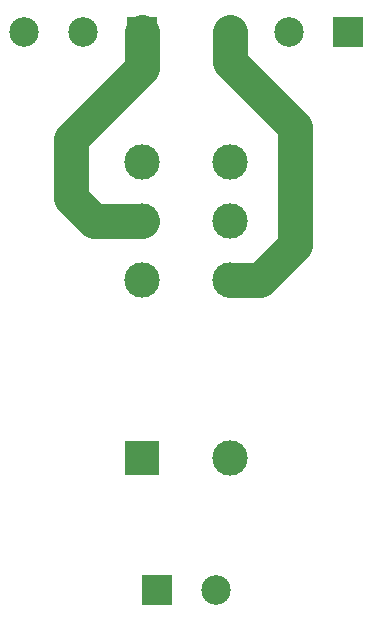
<source format=gtl>
%TF.GenerationSoftware,KiCad,Pcbnew,5.1.9*%
%TF.CreationDate,2021-02-07T17:47:43+01:00*%
%TF.ProjectId,relay_terminal,72656c61-795f-4746-9572-6d696e616c2e,rev?*%
%TF.SameCoordinates,Original*%
%TF.FileFunction,Copper,L1,Top*%
%TF.FilePolarity,Positive*%
%FSLAX46Y46*%
G04 Gerber Fmt 4.6, Leading zero omitted, Abs format (unit mm)*
G04 Created by KiCad (PCBNEW 5.1.9) date 2021-02-07 17:47:43*
%MOMM*%
%LPD*%
G01*
G04 APERTURE LIST*
%TA.AperFunction,ComponentPad*%
%ADD10C,3.000000*%
%TD*%
%TA.AperFunction,ComponentPad*%
%ADD11R,3.000000X3.000000*%
%TD*%
%TA.AperFunction,ComponentPad*%
%ADD12C,2.500000*%
%TD*%
%TA.AperFunction,ComponentPad*%
%ADD13R,2.500000X2.500000*%
%TD*%
%TA.AperFunction,Conductor*%
%ADD14C,3.000000*%
%TD*%
G04 APERTURE END LIST*
D10*
%TO.P,K1,14*%
%TO.N,/P1-NO*%
X141000000Y-49000000D03*
%TO.P,K1,21*%
%TO.N,/P2-Common*%
X148500000Y-54000000D03*
%TO.P,K1,12*%
%TO.N,/P1-NC*%
X141000000Y-59000000D03*
%TO.P,K1,22*%
%TO.N,/P2-NC*%
X148500000Y-59000000D03*
%TO.P,K1,24*%
%TO.N,/P2-NO*%
X148500000Y-49000000D03*
%TO.P,K1,11*%
%TO.N,/P1-Common*%
X141000000Y-54000000D03*
%TO.P,K1,A2*%
%TO.N,/Coil2*%
X148500000Y-74000000D03*
D11*
%TO.P,K1,A1*%
%TO.N,/Coil1*%
X141000000Y-74000000D03*
%TD*%
D12*
%TO.P,J3,3*%
%TO.N,/P2-NC*%
X148500000Y-38000000D03*
%TO.P,J3,2*%
%TO.N,/P2-NO*%
X153500000Y-38000000D03*
D13*
%TO.P,J3,1*%
%TO.N,/P2-Common*%
X158500000Y-38000000D03*
%TD*%
D12*
%TO.P,J2,3*%
%TO.N,/P1-NC*%
X131000000Y-38000000D03*
%TO.P,J2,2*%
%TO.N,/P1-NO*%
X136000000Y-38000000D03*
D13*
%TO.P,J2,1*%
%TO.N,/P1-Common*%
X141000000Y-38000000D03*
%TD*%
D12*
%TO.P,J1,2*%
%TO.N,/Coil2*%
X147250000Y-85250000D03*
D13*
%TO.P,J1,1*%
%TO.N,/Coil1*%
X142250000Y-85250000D03*
%TD*%
D14*
%TO.N,/P1-Common*%
X141000000Y-54000000D02*
X137000000Y-54000000D01*
X137000000Y-54000000D02*
X135000000Y-52000000D01*
X135000000Y-52000000D02*
X135000000Y-47000000D01*
X141000000Y-41000000D02*
X141000000Y-38000000D01*
X135000000Y-47000000D02*
X141000000Y-41000000D01*
%TO.N,/P2-NC*%
X148500000Y-59000000D02*
X151000000Y-59000000D01*
X151000000Y-59000000D02*
X154000000Y-56000000D01*
X154000000Y-56000000D02*
X154000000Y-46000000D01*
X148500000Y-40500000D02*
X148500000Y-38000000D01*
X154000000Y-46000000D02*
X148500000Y-40500000D01*
%TD*%
M02*

</source>
